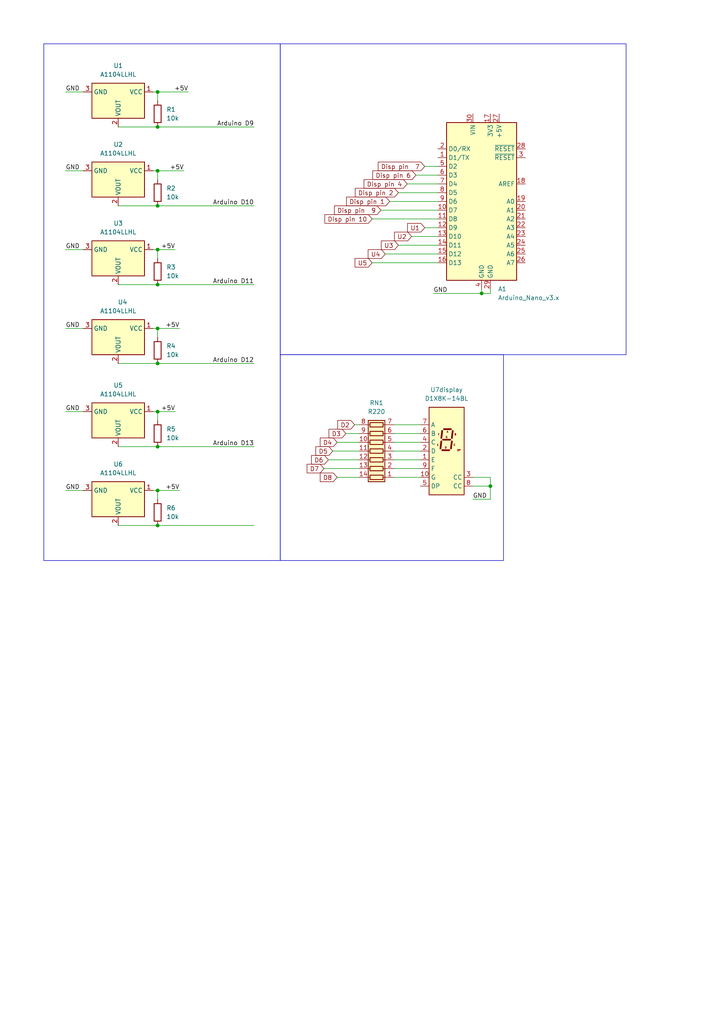
<source format=kicad_sch>
(kicad_sch (version 20230121) (generator eeschema)

  (uuid 9d1e61c1-d0cd-4d95-83c5-650ec3071c1d)

  (paper "A4" portrait)

  (title_block
    (title "Gear display")
    (company "LOBACU!")
  )

  (lib_symbols
    (symbol "Device:R" (pin_numbers hide) (pin_names (offset 0)) (in_bom yes) (on_board yes)
      (property "Reference" "R" (at 2.032 0 90)
        (effects (font (size 1.27 1.27)))
      )
      (property "Value" "R" (at 0 0 90)
        (effects (font (size 1.27 1.27)))
      )
      (property "Footprint" "" (at -1.778 0 90)
        (effects (font (size 1.27 1.27)) hide)
      )
      (property "Datasheet" "~" (at 0 0 0)
        (effects (font (size 1.27 1.27)) hide)
      )
      (property "ki_keywords" "R res resistor" (at 0 0 0)
        (effects (font (size 1.27 1.27)) hide)
      )
      (property "ki_description" "Resistor" (at 0 0 0)
        (effects (font (size 1.27 1.27)) hide)
      )
      (property "ki_fp_filters" "R_*" (at 0 0 0)
        (effects (font (size 1.27 1.27)) hide)
      )
      (symbol "R_0_1"
        (rectangle (start -1.016 -2.54) (end 1.016 2.54)
          (stroke (width 0.254) (type default))
          (fill (type none))
        )
      )
      (symbol "R_1_1"
        (pin passive line (at 0 3.81 270) (length 1.27)
          (name "~" (effects (font (size 1.27 1.27))))
          (number "1" (effects (font (size 1.27 1.27))))
        )
        (pin passive line (at 0 -3.81 90) (length 1.27)
          (name "~" (effects (font (size 1.27 1.27))))
          (number "2" (effects (font (size 1.27 1.27))))
        )
      )
    )
    (symbol "Device:R_Pack07" (pin_names (offset 0) hide) (in_bom yes) (on_board yes)
      (property "Reference" "RN" (at -10.16 0 90)
        (effects (font (size 1.27 1.27)))
      )
      (property "Value" "R_Pack07" (at 10.16 0 90)
        (effects (font (size 1.27 1.27)))
      )
      (property "Footprint" "" (at 12.065 0 90)
        (effects (font (size 1.27 1.27)) hide)
      )
      (property "Datasheet" "~" (at 0 0 0)
        (effects (font (size 1.27 1.27)) hide)
      )
      (property "ki_keywords" "R network parallel topology isolated" (at 0 0 0)
        (effects (font (size 1.27 1.27)) hide)
      )
      (property "ki_description" "7 resistor network, parallel topology" (at 0 0 0)
        (effects (font (size 1.27 1.27)) hide)
      )
      (property "ki_fp_filters" "DIP* SOIC* R*Array*Concave* R*Array*Convex*" (at 0 0 0)
        (effects (font (size 1.27 1.27)) hide)
      )
      (symbol "R_Pack07_0_1"
        (rectangle (start -8.89 -2.413) (end 8.89 2.413)
          (stroke (width 0.254) (type default))
          (fill (type background))
        )
        (rectangle (start -8.255 1.905) (end -6.985 -1.905)
          (stroke (width 0.254) (type default))
          (fill (type none))
        )
        (rectangle (start -5.715 1.905) (end -4.445 -1.905)
          (stroke (width 0.254) (type default))
          (fill (type none))
        )
        (rectangle (start -3.175 1.905) (end -1.905 -1.905)
          (stroke (width 0.254) (type default))
          (fill (type none))
        )
        (rectangle (start -0.635 1.905) (end 0.635 -1.905)
          (stroke (width 0.254) (type default))
          (fill (type none))
        )
        (polyline
          (pts
            (xy -7.62 -2.54)
            (xy -7.62 -1.905)
          )
          (stroke (width 0) (type default))
          (fill (type none))
        )
        (polyline
          (pts
            (xy -7.62 1.905)
            (xy -7.62 2.54)
          )
          (stroke (width 0) (type default))
          (fill (type none))
        )
        (polyline
          (pts
            (xy -5.08 -2.54)
            (xy -5.08 -1.905)
          )
          (stroke (width 0) (type default))
          (fill (type none))
        )
        (polyline
          (pts
            (xy -5.08 1.905)
            (xy -5.08 2.54)
          )
          (stroke (width 0) (type default))
          (fill (type none))
        )
        (polyline
          (pts
            (xy -2.54 -2.54)
            (xy -2.54 -1.905)
          )
          (stroke (width 0) (type default))
          (fill (type none))
        )
        (polyline
          (pts
            (xy -2.54 1.905)
            (xy -2.54 2.54)
          )
          (stroke (width 0) (type default))
          (fill (type none))
        )
        (polyline
          (pts
            (xy 0 -2.54)
            (xy 0 -1.905)
          )
          (stroke (width 0) (type default))
          (fill (type none))
        )
        (polyline
          (pts
            (xy 0 1.905)
            (xy 0 2.54)
          )
          (stroke (width 0) (type default))
          (fill (type none))
        )
        (polyline
          (pts
            (xy 2.54 -2.54)
            (xy 2.54 -1.905)
          )
          (stroke (width 0) (type default))
          (fill (type none))
        )
        (polyline
          (pts
            (xy 2.54 1.905)
            (xy 2.54 2.54)
          )
          (stroke (width 0) (type default))
          (fill (type none))
        )
        (polyline
          (pts
            (xy 5.08 -2.54)
            (xy 5.08 -1.905)
          )
          (stroke (width 0) (type default))
          (fill (type none))
        )
        (polyline
          (pts
            (xy 5.08 1.905)
            (xy 5.08 2.54)
          )
          (stroke (width 0) (type default))
          (fill (type none))
        )
        (polyline
          (pts
            (xy 7.62 -2.54)
            (xy 7.62 -1.905)
          )
          (stroke (width 0) (type default))
          (fill (type none))
        )
        (polyline
          (pts
            (xy 7.62 1.905)
            (xy 7.62 2.54)
          )
          (stroke (width 0) (type default))
          (fill (type none))
        )
        (rectangle (start 1.905 1.905) (end 3.175 -1.905)
          (stroke (width 0.254) (type default))
          (fill (type none))
        )
        (rectangle (start 4.445 1.905) (end 5.715 -1.905)
          (stroke (width 0.254) (type default))
          (fill (type none))
        )
        (rectangle (start 6.985 1.905) (end 8.255 -1.905)
          (stroke (width 0.254) (type default))
          (fill (type none))
        )
      )
      (symbol "R_Pack07_1_1"
        (pin passive line (at -7.62 -5.08 90) (length 2.54)
          (name "R1.1" (effects (font (size 1.27 1.27))))
          (number "1" (effects (font (size 1.27 1.27))))
        )
        (pin passive line (at 2.54 5.08 270) (length 2.54)
          (name "R5.2" (effects (font (size 1.27 1.27))))
          (number "10" (effects (font (size 1.27 1.27))))
        )
        (pin passive line (at 0 5.08 270) (length 2.54)
          (name "R4.2" (effects (font (size 1.27 1.27))))
          (number "11" (effects (font (size 1.27 1.27))))
        )
        (pin passive line (at -2.54 5.08 270) (length 2.54)
          (name "R3.2" (effects (font (size 1.27 1.27))))
          (number "12" (effects (font (size 1.27 1.27))))
        )
        (pin passive line (at -5.08 5.08 270) (length 2.54)
          (name "R2.2" (effects (font (size 1.27 1.27))))
          (number "13" (effects (font (size 1.27 1.27))))
        )
        (pin passive line (at -7.62 5.08 270) (length 2.54)
          (name "R1.2" (effects (font (size 1.27 1.27))))
          (number "14" (effects (font (size 1.27 1.27))))
        )
        (pin passive line (at -5.08 -5.08 90) (length 2.54)
          (name "R2.1" (effects (font (size 1.27 1.27))))
          (number "2" (effects (font (size 1.27 1.27))))
        )
        (pin passive line (at -2.54 -5.08 90) (length 2.54)
          (name "R3.1" (effects (font (size 1.27 1.27))))
          (number "3" (effects (font (size 1.27 1.27))))
        )
        (pin passive line (at 0 -5.08 90) (length 2.54)
          (name "R4.1" (effects (font (size 1.27 1.27))))
          (number "4" (effects (font (size 1.27 1.27))))
        )
        (pin passive line (at 2.54 -5.08 90) (length 2.54)
          (name "R5.1" (effects (font (size 1.27 1.27))))
          (number "5" (effects (font (size 1.27 1.27))))
        )
        (pin passive line (at 5.08 -5.08 90) (length 2.54)
          (name "R6.1" (effects (font (size 1.27 1.27))))
          (number "6" (effects (font (size 1.27 1.27))))
        )
        (pin passive line (at 7.62 -5.08 90) (length 2.54)
          (name "R7.1" (effects (font (size 1.27 1.27))))
          (number "7" (effects (font (size 1.27 1.27))))
        )
        (pin passive line (at 7.62 5.08 270) (length 2.54)
          (name "R7.2" (effects (font (size 1.27 1.27))))
          (number "8" (effects (font (size 1.27 1.27))))
        )
        (pin passive line (at 5.08 5.08 270) (length 2.54)
          (name "R6.2" (effects (font (size 1.27 1.27))))
          (number "9" (effects (font (size 1.27 1.27))))
        )
      )
    )
    (symbol "Display_Character:D1X8K-14BL" (in_bom yes) (on_board yes)
      (property "Reference" "U" (at -2.54 13.97 0)
        (effects (font (size 1.27 1.27)) (justify right))
      )
      (property "Value" "D1X8K-14BL" (at 1.27 13.97 0)
        (effects (font (size 1.27 1.27)) (justify left))
      )
      (property "Footprint" "Display_7Segment:D1X8K" (at 0 -15.24 0)
        (effects (font (size 1.27 1.27)) hide)
      )
      (property "Datasheet" "https://ia800903.us.archive.org/24/items/CTKD1x8K/Cromatek%20D168K.pdf" (at -12.7 12.065 0)
        (effects (font (size 1.27 1.27)) (justify left) hide)
      )
      (property "ki_keywords" "display LED 7-segment" (at 0 0 0)
        (effects (font (size 1.27 1.27)) hide)
      )
      (property "ki_description" "One digit 7 segment ultra bright blue LED, low current, common cathode" (at 0 0 0)
        (effects (font (size 1.27 1.27)) hide)
      )
      (property "ki_fp_filters" "D1X8K*" (at 0 0 0)
        (effects (font (size 1.27 1.27)) hide)
      )
      (symbol "D1X8K-14BL_0_0"
        (text "A" (at 0.254 5.588 0)
          (effects (font (size 0.508 0.508)))
        )
        (text "B" (at 2.54 4.826 0)
          (effects (font (size 0.508 0.508)))
        )
        (text "C" (at 2.286 1.778 0)
          (effects (font (size 0.508 0.508)))
        )
        (text "D" (at -0.254 1.016 0)
          (effects (font (size 0.508 0.508)))
        )
        (text "DP" (at 3.556 0.254 0)
          (effects (font (size 0.508 0.508)))
        )
        (text "E" (at -2.54 1.778 0)
          (effects (font (size 0.508 0.508)))
        )
        (text "F" (at -2.286 4.826 0)
          (effects (font (size 0.508 0.508)))
        )
        (text "G" (at 0 4.064 0)
          (effects (font (size 0.508 0.508)))
        )
      )
      (symbol "D1X8K-14BL_0_1"
        (rectangle (start -5.08 12.7) (end 5.08 -12.7)
          (stroke (width 0.254) (type default))
          (fill (type background))
        )
        (polyline
          (pts
            (xy -1.524 2.794)
            (xy -1.778 0.762)
          )
          (stroke (width 0.508) (type default))
          (fill (type none))
        )
        (polyline
          (pts
            (xy -1.27 0.254)
            (xy 0.762 0.254)
          )
          (stroke (width 0.508) (type default))
          (fill (type none))
        )
        (polyline
          (pts
            (xy -1.27 5.842)
            (xy -1.524 3.81)
          )
          (stroke (width 0.508) (type default))
          (fill (type none))
        )
        (polyline
          (pts
            (xy -1.016 3.302)
            (xy 1.016 3.302)
          )
          (stroke (width 0.508) (type default))
          (fill (type none))
        )
        (polyline
          (pts
            (xy -0.762 6.35)
            (xy 1.27 6.35)
          )
          (stroke (width 0.508) (type default))
          (fill (type none))
        )
        (polyline
          (pts
            (xy 1.524 2.794)
            (xy 1.27 0.762)
          )
          (stroke (width 0.508) (type default))
          (fill (type none))
        )
        (polyline
          (pts
            (xy 1.778 5.842)
            (xy 1.524 3.81)
          )
          (stroke (width 0.508) (type default))
          (fill (type none))
        )
        (polyline
          (pts
            (xy 2.54 0.254)
            (xy 2.54 0.254)
          )
          (stroke (width 0.508) (type default))
          (fill (type none))
        )
      )
      (symbol "D1X8K-14BL_1_1"
        (pin input line (at -7.62 -2.54 0) (length 2.54)
          (name "E" (effects (font (size 1.27 1.27))))
          (number "1" (effects (font (size 1.27 1.27))))
        )
        (pin input line (at -7.62 -7.62 0) (length 2.54)
          (name "G" (effects (font (size 1.27 1.27))))
          (number "10" (effects (font (size 1.27 1.27))))
        )
        (pin input line (at -7.62 0 0) (length 2.54)
          (name "D" (effects (font (size 1.27 1.27))))
          (number "2" (effects (font (size 1.27 1.27))))
        )
        (pin input line (at 7.62 -7.62 180) (length 2.54)
          (name "CC" (effects (font (size 1.27 1.27))))
          (number "3" (effects (font (size 1.27 1.27))))
        )
        (pin input line (at -7.62 2.54 0) (length 2.54)
          (name "C" (effects (font (size 1.27 1.27))))
          (number "4" (effects (font (size 1.27 1.27))))
        )
        (pin input line (at -7.62 -10.16 0) (length 2.54)
          (name "DP" (effects (font (size 1.27 1.27))))
          (number "5" (effects (font (size 1.27 1.27))))
        )
        (pin input line (at -7.62 5.08 0) (length 2.54)
          (name "B" (effects (font (size 1.27 1.27))))
          (number "6" (effects (font (size 1.27 1.27))))
        )
        (pin input line (at -7.62 7.62 0) (length 2.54)
          (name "A" (effects (font (size 1.27 1.27))))
          (number "7" (effects (font (size 1.27 1.27))))
        )
        (pin input line (at 7.62 -10.16 180) (length 2.54)
          (name "CC" (effects (font (size 1.27 1.27))))
          (number "8" (effects (font (size 1.27 1.27))))
        )
        (pin input line (at -7.62 -5.08 0) (length 2.54)
          (name "F" (effects (font (size 1.27 1.27))))
          (number "9" (effects (font (size 1.27 1.27))))
        )
      )
    )
    (symbol "MCU_Module:Arduino_Nano_v3.x" (in_bom yes) (on_board yes)
      (property "Reference" "A" (at -10.16 23.495 0)
        (effects (font (size 1.27 1.27)) (justify left bottom))
      )
      (property "Value" "Arduino_Nano_v3.x" (at 5.08 -24.13 0)
        (effects (font (size 1.27 1.27)) (justify left top))
      )
      (property "Footprint" "Module:Arduino_Nano" (at 0 0 0)
        (effects (font (size 1.27 1.27) italic) hide)
      )
      (property "Datasheet" "http://www.mouser.com/pdfdocs/Gravitech_Arduino_Nano3_0.pdf" (at 0 0 0)
        (effects (font (size 1.27 1.27)) hide)
      )
      (property "ki_keywords" "Arduino nano microcontroller module USB" (at 0 0 0)
        (effects (font (size 1.27 1.27)) hide)
      )
      (property "ki_description" "Arduino Nano v3.x" (at 0 0 0)
        (effects (font (size 1.27 1.27)) hide)
      )
      (property "ki_fp_filters" "Arduino*Nano*" (at 0 0 0)
        (effects (font (size 1.27 1.27)) hide)
      )
      (symbol "Arduino_Nano_v3.x_0_1"
        (rectangle (start -10.16 22.86) (end 10.16 -22.86)
          (stroke (width 0.254) (type default))
          (fill (type background))
        )
      )
      (symbol "Arduino_Nano_v3.x_1_1"
        (pin bidirectional line (at -12.7 12.7 0) (length 2.54)
          (name "D1/TX" (effects (font (size 1.27 1.27))))
          (number "1" (effects (font (size 1.27 1.27))))
        )
        (pin bidirectional line (at -12.7 -2.54 0) (length 2.54)
          (name "D7" (effects (font (size 1.27 1.27))))
          (number "10" (effects (font (size 1.27 1.27))))
        )
        (pin bidirectional line (at -12.7 -5.08 0) (length 2.54)
          (name "D8" (effects (font (size 1.27 1.27))))
          (number "11" (effects (font (size 1.27 1.27))))
        )
        (pin bidirectional line (at -12.7 -7.62 0) (length 2.54)
          (name "D9" (effects (font (size 1.27 1.27))))
          (number "12" (effects (font (size 1.27 1.27))))
        )
        (pin bidirectional line (at -12.7 -10.16 0) (length 2.54)
          (name "D10" (effects (font (size 1.27 1.27))))
          (number "13" (effects (font (size 1.27 1.27))))
        )
        (pin bidirectional line (at -12.7 -12.7 0) (length 2.54)
          (name "D11" (effects (font (size 1.27 1.27))))
          (number "14" (effects (font (size 1.27 1.27))))
        )
        (pin bidirectional line (at -12.7 -15.24 0) (length 2.54)
          (name "D12" (effects (font (size 1.27 1.27))))
          (number "15" (effects (font (size 1.27 1.27))))
        )
        (pin bidirectional line (at -12.7 -17.78 0) (length 2.54)
          (name "D13" (effects (font (size 1.27 1.27))))
          (number "16" (effects (font (size 1.27 1.27))))
        )
        (pin power_out line (at 2.54 25.4 270) (length 2.54)
          (name "3V3" (effects (font (size 1.27 1.27))))
          (number "17" (effects (font (size 1.27 1.27))))
        )
        (pin input line (at 12.7 5.08 180) (length 2.54)
          (name "AREF" (effects (font (size 1.27 1.27))))
          (number "18" (effects (font (size 1.27 1.27))))
        )
        (pin bidirectional line (at 12.7 0 180) (length 2.54)
          (name "A0" (effects (font (size 1.27 1.27))))
          (number "19" (effects (font (size 1.27 1.27))))
        )
        (pin bidirectional line (at -12.7 15.24 0) (length 2.54)
          (name "D0/RX" (effects (font (size 1.27 1.27))))
          (number "2" (effects (font (size 1.27 1.27))))
        )
        (pin bidirectional line (at 12.7 -2.54 180) (length 2.54)
          (name "A1" (effects (font (size 1.27 1.27))))
          (number "20" (effects (font (size 1.27 1.27))))
        )
        (pin bidirectional line (at 12.7 -5.08 180) (length 2.54)
          (name "A2" (effects (font (size 1.27 1.27))))
          (number "21" (effects (font (size 1.27 1.27))))
        )
        (pin bidirectional line (at 12.7 -7.62 180) (length 2.54)
          (name "A3" (effects (font (size 1.27 1.27))))
          (number "22" (effects (font (size 1.27 1.27))))
        )
        (pin bidirectional line (at 12.7 -10.16 180) (length 2.54)
          (name "A4" (effects (font (size 1.27 1.27))))
          (number "23" (effects (font (size 1.27 1.27))))
        )
        (pin bidirectional line (at 12.7 -12.7 180) (length 2.54)
          (name "A5" (effects (font (size 1.27 1.27))))
          (number "24" (effects (font (size 1.27 1.27))))
        )
        (pin bidirectional line (at 12.7 -15.24 180) (length 2.54)
          (name "A6" (effects (font (size 1.27 1.27))))
          (number "25" (effects (font (size 1.27 1.27))))
        )
        (pin bidirectional line (at 12.7 -17.78 180) (length 2.54)
          (name "A7" (effects (font (size 1.27 1.27))))
          (number "26" (effects (font (size 1.27 1.27))))
        )
        (pin power_out line (at 5.08 25.4 270) (length 2.54)
          (name "+5V" (effects (font (size 1.27 1.27))))
          (number "27" (effects (font (size 1.27 1.27))))
        )
        (pin input line (at 12.7 15.24 180) (length 2.54)
          (name "~{RESET}" (effects (font (size 1.27 1.27))))
          (number "28" (effects (font (size 1.27 1.27))))
        )
        (pin power_in line (at 2.54 -25.4 90) (length 2.54)
          (name "GND" (effects (font (size 1.27 1.27))))
          (number "29" (effects (font (size 1.27 1.27))))
        )
        (pin input line (at 12.7 12.7 180) (length 2.54)
          (name "~{RESET}" (effects (font (size 1.27 1.27))))
          (number "3" (effects (font (size 1.27 1.27))))
        )
        (pin power_in line (at -2.54 25.4 270) (length 2.54)
          (name "VIN" (effects (font (size 1.27 1.27))))
          (number "30" (effects (font (size 1.27 1.27))))
        )
        (pin power_in line (at 0 -25.4 90) (length 2.54)
          (name "GND" (effects (font (size 1.27 1.27))))
          (number "4" (effects (font (size 1.27 1.27))))
        )
        (pin bidirectional line (at -12.7 10.16 0) (length 2.54)
          (name "D2" (effects (font (size 1.27 1.27))))
          (number "5" (effects (font (size 1.27 1.27))))
        )
        (pin bidirectional line (at -12.7 7.62 0) (length 2.54)
          (name "D3" (effects (font (size 1.27 1.27))))
          (number "6" (effects (font (size 1.27 1.27))))
        )
        (pin bidirectional line (at -12.7 5.08 0) (length 2.54)
          (name "D4" (effects (font (size 1.27 1.27))))
          (number "7" (effects (font (size 1.27 1.27))))
        )
        (pin bidirectional line (at -12.7 2.54 0) (length 2.54)
          (name "D5" (effects (font (size 1.27 1.27))))
          (number "8" (effects (font (size 1.27 1.27))))
        )
        (pin bidirectional line (at -12.7 0 0) (length 2.54)
          (name "D6" (effects (font (size 1.27 1.27))))
          (number "9" (effects (font (size 1.27 1.27))))
        )
      )
    )
    (symbol "Sensor_Magnetic:A1104LLHL" (in_bom yes) (on_board yes)
      (property "Reference" "U" (at 0 11.43 0)
        (effects (font (size 1.27 1.27)) (justify left))
      )
      (property "Value" "A1104LLHL" (at 0 8.89 0)
        (effects (font (size 1.27 1.27)) (justify left))
      )
      (property "Footprint" "Package_TO_SOT_SMD:SOT-23W" (at 0 -8.89 0)
        (effects (font (size 1.27 1.27) italic) (justify left) hide)
      )
      (property "Datasheet" "https://www.allegromicro.com/-/media/files/datasheets/a110x-datasheet.ashx" (at 0 16.51 0)
        (effects (font (size 1.27 1.27)) hide)
      )
      (property "ki_keywords" "hall switch" (at 0 0 0)
        (effects (font (size 1.27 1.27)) hide)
      )
      (property "ki_description" "Hall effect switch, unipolar, Bop=240G, Brp=200G, -40C to +125C, SOT-23W" (at 0 0 0)
        (effects (font (size 1.27 1.27)) hide)
      )
      (property "ki_fp_filters" "SOT?23*" (at 0 0 0)
        (effects (font (size 1.27 1.27)) hide)
      )
      (symbol "A1104LLHL_0_1"
        (rectangle (start -5.08 7.62) (end 5.08 -7.62)
          (stroke (width 0.254) (type default))
          (fill (type background))
        )
      )
      (symbol "A1104LLHL_1_1"
        (pin power_in line (at -2.54 10.16 270) (length 2.54)
          (name "VCC" (effects (font (size 1.27 1.27))))
          (number "1" (effects (font (size 1.27 1.27))))
        )
        (pin open_collector line (at 7.62 0 180) (length 2.54)
          (name "VOUT" (effects (font (size 1.27 1.27))))
          (number "2" (effects (font (size 1.27 1.27))))
        )
        (pin power_in line (at -2.54 -10.16 90) (length 2.54)
          (name "GND" (effects (font (size 1.27 1.27))))
          (number "3" (effects (font (size 1.27 1.27))))
        )
      )
    )
  )

  (junction (at 45.72 82.55) (diameter 0) (color 0 0 0 0)
    (uuid 0cd86981-66db-4224-b400-bd18db038baf)
  )
  (junction (at 45.72 152.4) (diameter 0) (color 0 0 0 0)
    (uuid 0d9a3490-e8e7-4e82-8410-45d7e3c33e61)
  )
  (junction (at 45.72 72.39) (diameter 0) (color 0 0 0 0)
    (uuid 1655dc7d-e404-409b-8199-5a1830f16887)
  )
  (junction (at 45.72 49.53) (diameter 0) (color 0 0 0 0)
    (uuid 21a09343-3754-4d06-a152-0468258acd10)
  )
  (junction (at 142.24 140.97) (diameter 0) (color 0 0 0 0)
    (uuid 360e6d13-af68-48a8-8f4f-69ee5795f580)
  )
  (junction (at 45.72 129.54) (diameter 0) (color 0 0 0 0)
    (uuid 424fdf0d-89c6-4837-8ef1-93ef54e81d20)
  )
  (junction (at 45.72 26.67) (diameter 0) (color 0 0 0 0)
    (uuid 8498bd5b-7d0a-455c-b276-51ecee4cc7ce)
  )
  (junction (at 45.72 105.41) (diameter 0) (color 0 0 0 0)
    (uuid 8d4b658e-033e-4adb-9e95-92d5b529f43f)
  )
  (junction (at 45.72 36.83) (diameter 0) (color 0 0 0 0)
    (uuid 909b7044-3e40-495b-80a9-785f7a263a0f)
  )
  (junction (at 45.72 95.25) (diameter 0) (color 0 0 0 0)
    (uuid 928c7927-1808-4a57-a328-2f0052951bff)
  )
  (junction (at 45.72 119.38) (diameter 0) (color 0 0 0 0)
    (uuid 9fd433b9-942c-49f6-a248-bf5c6125a5ec)
  )
  (junction (at 45.72 142.24) (diameter 0) (color 0 0 0 0)
    (uuid c167462c-accf-4279-9d74-7674912639f4)
  )
  (junction (at 45.72 59.69) (diameter 0) (color 0 0 0 0)
    (uuid e0cae5ca-d250-405d-946d-f418e3940e17)
  )
  (junction (at 139.7 85.09) (diameter 0) (color 0 0 0 0)
    (uuid fe4b903d-0f22-4f9f-b124-217cee5fb7ef)
  )

  (wire (pts (xy 115.57 71.12) (xy 127 71.12))
    (stroke (width 0) (type default))
    (uuid 00b688d7-edb0-411a-8a71-e1941a1fc276)
  )
  (wire (pts (xy 120.65 50.8) (xy 127 50.8))
    (stroke (width 0) (type default))
    (uuid 038954c7-7e26-4182-b084-f62a7a1e8813)
  )
  (wire (pts (xy 45.72 95.25) (xy 52.07 95.25))
    (stroke (width 0) (type default))
    (uuid 1530a5f5-e89c-47e8-95ab-9f911cf518cf)
  )
  (wire (pts (xy 114.3 130.81) (xy 121.92 130.81))
    (stroke (width 0) (type default))
    (uuid 15f7abbd-4257-4958-b561-e39e2da7d214)
  )
  (wire (pts (xy 44.45 72.39) (xy 45.72 72.39))
    (stroke (width 0) (type default))
    (uuid 1cf8d923-439d-48a6-9ac8-543feee2ceab)
  )
  (wire (pts (xy 45.72 152.4) (xy 73.66 152.4))
    (stroke (width 0) (type default))
    (uuid 2249dbf2-c118-48d8-a7b3-773a50184170)
  )
  (wire (pts (xy 44.45 95.25) (xy 45.72 95.25))
    (stroke (width 0) (type default))
    (uuid 2b4a9966-c6b9-41eb-91c1-53a030d0beed)
  )
  (wire (pts (xy 142.24 83.82) (xy 142.24 85.09))
    (stroke (width 0) (type default))
    (uuid 32ca0b4b-a759-4437-8cc8-7f0e10cb9be7)
  )
  (wire (pts (xy 45.72 72.39) (xy 50.8 72.39))
    (stroke (width 0) (type default))
    (uuid 36be2d60-a05d-4c02-83ab-6593b99b40b6)
  )
  (wire (pts (xy 45.72 49.53) (xy 53.34 49.53))
    (stroke (width 0) (type default))
    (uuid 3767defa-f546-4008-b6ce-0317a5fb710a)
  )
  (wire (pts (xy 45.72 142.24) (xy 45.72 144.78))
    (stroke (width 0) (type default))
    (uuid 3939317b-417d-48bf-853b-2410f9aaaa64)
  )
  (wire (pts (xy 110.49 60.96) (xy 127 60.96))
    (stroke (width 0) (type default))
    (uuid 40292740-af00-4135-b3f1-6de95e84971d)
  )
  (wire (pts (xy 107.95 63.5) (xy 127 63.5))
    (stroke (width 0) (type default))
    (uuid 415e5e58-709c-44fa-9277-0abd0abf7fa4)
  )
  (wire (pts (xy 137.16 144.78) (xy 142.24 144.78))
    (stroke (width 0) (type default))
    (uuid 42b9eb08-a664-42fa-817a-1cda5d6e0078)
  )
  (wire (pts (xy 123.19 66.04) (xy 127 66.04))
    (stroke (width 0) (type default))
    (uuid 46b3c583-72f6-41cf-8f67-58d19e6f7fcc)
  )
  (wire (pts (xy 137.16 140.97) (xy 142.24 140.97))
    (stroke (width 0) (type default))
    (uuid 46fd9858-070e-4b17-8dbc-4c6c1c67bcc0)
  )
  (wire (pts (xy 19.05 95.25) (xy 24.13 95.25))
    (stroke (width 0) (type default))
    (uuid 48dcfdcf-5291-4674-be90-1928eb09f088)
  )
  (wire (pts (xy 45.72 105.41) (xy 73.66 105.41))
    (stroke (width 0) (type default))
    (uuid 496839fb-f4a4-4150-884d-3076de76fd2b)
  )
  (wire (pts (xy 34.29 59.69) (xy 45.72 59.69))
    (stroke (width 0) (type default))
    (uuid 53fb90d3-6358-43c5-b0a9-38b7f773c848)
  )
  (wire (pts (xy 45.72 119.38) (xy 45.72 121.92))
    (stroke (width 0) (type default))
    (uuid 54ebaa94-46f6-4413-a094-6e80f504981c)
  )
  (wire (pts (xy 119.38 68.58) (xy 127 68.58))
    (stroke (width 0) (type default))
    (uuid 5c5fa3df-ab34-4b53-b2e6-e289cedf723f)
  )
  (wire (pts (xy 125.73 85.09) (xy 139.7 85.09))
    (stroke (width 0) (type default))
    (uuid 5e740ace-02e3-4379-8273-535a0cec8739)
  )
  (wire (pts (xy 114.3 133.35) (xy 121.92 133.35))
    (stroke (width 0) (type default))
    (uuid 6205133e-51d4-4c22-9959-11ae4ae46199)
  )
  (wire (pts (xy 19.05 142.24) (xy 24.13 142.24))
    (stroke (width 0) (type default))
    (uuid 62b03e2c-c79d-4ff9-bdab-8ac92ea65ae9)
  )
  (wire (pts (xy 45.72 129.54) (xy 73.66 129.54))
    (stroke (width 0) (type default))
    (uuid 641f9fd6-397e-4d63-89ad-94221b38e120)
  )
  (wire (pts (xy 142.24 140.97) (xy 142.24 144.78))
    (stroke (width 0) (type default))
    (uuid 6467c8f7-f21a-4495-a244-bfcf43909602)
  )
  (wire (pts (xy 114.3 123.19) (xy 121.92 123.19))
    (stroke (width 0) (type default))
    (uuid 670f61f6-41b5-4e08-9e76-6972d4828925)
  )
  (wire (pts (xy 139.7 85.09) (xy 142.24 85.09))
    (stroke (width 0) (type default))
    (uuid 67156795-1de6-49f3-b9ef-f15cbc448fa3)
  )
  (wire (pts (xy 19.05 72.39) (xy 24.13 72.39))
    (stroke (width 0) (type default))
    (uuid 6d03c76c-61eb-452e-be4e-bc1ff30fb492)
  )
  (wire (pts (xy 34.29 36.83) (xy 45.72 36.83))
    (stroke (width 0) (type default))
    (uuid 6d1fae8f-50f1-48d3-bf66-e38997411510)
  )
  (wire (pts (xy 97.79 138.43) (xy 104.14 138.43))
    (stroke (width 0) (type default))
    (uuid 6d89840f-2032-4a77-b4c3-df8a590b252f)
  )
  (wire (pts (xy 19.05 49.53) (xy 24.13 49.53))
    (stroke (width 0) (type default))
    (uuid 6e6c2018-739b-4547-87ca-c07afeb1579f)
  )
  (wire (pts (xy 44.45 49.53) (xy 45.72 49.53))
    (stroke (width 0) (type default))
    (uuid 784c770a-efdf-4db7-b984-029157a819ab)
  )
  (wire (pts (xy 45.72 142.24) (xy 52.07 142.24))
    (stroke (width 0) (type default))
    (uuid 7b39a15d-99f9-464e-8102-b58953da4f37)
  )
  (wire (pts (xy 34.29 82.55) (xy 45.72 82.55))
    (stroke (width 0) (type default))
    (uuid 7b956c79-18ef-46aa-baf9-64921369d5fe)
  )
  (wire (pts (xy 115.57 55.88) (xy 127 55.88))
    (stroke (width 0) (type default))
    (uuid 7c841690-8caf-4b0e-b476-3daac5825d00)
  )
  (wire (pts (xy 95.25 133.35) (xy 104.14 133.35))
    (stroke (width 0) (type default))
    (uuid 7da1abe6-713c-4221-be40-047f3a55e4a8)
  )
  (wire (pts (xy 44.45 119.38) (xy 45.72 119.38))
    (stroke (width 0) (type default))
    (uuid 807969be-b91a-44a5-882f-82a390808d59)
  )
  (wire (pts (xy 19.05 26.67) (xy 24.13 26.67))
    (stroke (width 0) (type default))
    (uuid 8ba8ec2f-1e92-4130-bc01-3d16a7ad898c)
  )
  (wire (pts (xy 44.45 26.67) (xy 45.72 26.67))
    (stroke (width 0) (type default))
    (uuid 8f87cc21-df3c-4d20-b534-25b466c576c3)
  )
  (wire (pts (xy 45.72 82.55) (xy 73.66 82.55))
    (stroke (width 0) (type default))
    (uuid 9678b91b-75c7-4764-aa55-9afeca81252c)
  )
  (wire (pts (xy 114.3 135.89) (xy 121.92 135.89))
    (stroke (width 0) (type default))
    (uuid 970a4fdb-5fa8-42aa-9cff-53aa2936e066)
  )
  (wire (pts (xy 113.03 58.42) (xy 127 58.42))
    (stroke (width 0) (type default))
    (uuid 97e31bfa-f1c6-440c-8075-859fa25ab4b6)
  )
  (wire (pts (xy 137.16 138.43) (xy 142.24 138.43))
    (stroke (width 0) (type default))
    (uuid 9e936e60-1492-4b40-b13c-1fa73f64dc3a)
  )
  (wire (pts (xy 100.33 125.73) (xy 104.14 125.73))
    (stroke (width 0) (type default))
    (uuid a2cdd506-8c74-42c3-8441-756e47ea41c0)
  )
  (wire (pts (xy 45.72 36.83) (xy 73.66 36.83))
    (stroke (width 0) (type default))
    (uuid a37c7c09-7959-460a-ba0a-aebd637ecf05)
  )
  (wire (pts (xy 118.11 53.34) (xy 127 53.34))
    (stroke (width 0) (type default))
    (uuid a6e552f5-3576-4097-834f-6442b354dfdd)
  )
  (wire (pts (xy 93.98 135.89) (xy 104.14 135.89))
    (stroke (width 0) (type default))
    (uuid adbafc77-50ba-478a-b1c7-9b0cc1722672)
  )
  (wire (pts (xy 123.19 48.26) (xy 127 48.26))
    (stroke (width 0) (type default))
    (uuid b16562f0-5bd3-4423-b302-ef3543058cd3)
  )
  (wire (pts (xy 114.3 138.43) (xy 121.92 138.43))
    (stroke (width 0) (type default))
    (uuid b876c2a2-efa5-4db5-837a-917725c80570)
  )
  (wire (pts (xy 45.72 72.39) (xy 45.72 74.93))
    (stroke (width 0) (type default))
    (uuid bf32bc13-25b3-47ff-a843-f9bea76e6250)
  )
  (wire (pts (xy 45.72 26.67) (xy 45.72 29.21))
    (stroke (width 0) (type default))
    (uuid c5360631-8abb-468d-8786-3f3106bddbe6)
  )
  (wire (pts (xy 34.29 105.41) (xy 45.72 105.41))
    (stroke (width 0) (type default))
    (uuid c626413a-9eba-4fda-b9e3-004c94bb4248)
  )
  (wire (pts (xy 19.05 119.38) (xy 24.13 119.38))
    (stroke (width 0) (type default))
    (uuid c752fc49-bb2d-4f20-bfd5-35bc330a81cd)
  )
  (wire (pts (xy 34.29 129.54) (xy 45.72 129.54))
    (stroke (width 0) (type default))
    (uuid c7b4ac53-2308-45f6-a63f-6bfb67a14d7b)
  )
  (wire (pts (xy 97.79 128.27) (xy 104.14 128.27))
    (stroke (width 0) (type default))
    (uuid d0dca455-8082-4a9e-9005-cf08ded0fc0f)
  )
  (wire (pts (xy 45.72 119.38) (xy 50.8 119.38))
    (stroke (width 0) (type default))
    (uuid d150eaf2-0695-4d86-b13a-061e04c87075)
  )
  (wire (pts (xy 102.87 123.19) (xy 104.14 123.19))
    (stroke (width 0) (type default))
    (uuid d23ef8aa-9b18-400c-8380-6cb2e8a2ee80)
  )
  (wire (pts (xy 114.3 125.73) (xy 121.92 125.73))
    (stroke (width 0) (type default))
    (uuid d6134c26-dffe-4552-a0a8-2f400d0c9167)
  )
  (wire (pts (xy 45.72 95.25) (xy 45.72 97.79))
    (stroke (width 0) (type default))
    (uuid d61e5287-0e29-41f9-945a-615c944b0de4)
  )
  (wire (pts (xy 96.52 130.81) (xy 104.14 130.81))
    (stroke (width 0) (type default))
    (uuid d732c4a7-2c19-4fcf-9f97-d96a34a228e9)
  )
  (wire (pts (xy 111.76 73.66) (xy 127 73.66))
    (stroke (width 0) (type default))
    (uuid d8f753cf-8019-4603-a228-ea8404a5fce5)
  )
  (wire (pts (xy 142.24 138.43) (xy 142.24 140.97))
    (stroke (width 0) (type default))
    (uuid dad43c8d-ee5a-487e-b2e2-30f094f6839d)
  )
  (wire (pts (xy 107.95 76.2) (xy 127 76.2))
    (stroke (width 0) (type default))
    (uuid dbdc9416-041d-4a12-8519-7f61b276dd0d)
  )
  (wire (pts (xy 45.72 26.67) (xy 54.61 26.67))
    (stroke (width 0) (type default))
    (uuid dc8bfc78-dc2a-4e0f-a93d-6972daf4f7b0)
  )
  (wire (pts (xy 45.72 59.69) (xy 73.66 59.69))
    (stroke (width 0) (type default))
    (uuid de52367f-914e-45ac-89eb-175d4dfac3e2)
  )
  (wire (pts (xy 139.7 83.82) (xy 139.7 85.09))
    (stroke (width 0) (type default))
    (uuid e0817678-68ea-4abe-835b-aa33ee40f3ec)
  )
  (wire (pts (xy 34.29 152.4) (xy 45.72 152.4))
    (stroke (width 0) (type default))
    (uuid ee0fecf8-febf-4d40-9857-11e2a362ddec)
  )
  (wire (pts (xy 114.3 128.27) (xy 121.92 128.27))
    (stroke (width 0) (type default))
    (uuid f6218958-bfc4-4186-9db9-7251eaab78a7)
  )
  (wire (pts (xy 44.45 142.24) (xy 45.72 142.24))
    (stroke (width 0) (type default))
    (uuid fa5c7e26-3113-41cc-bec0-23ac889a6db5)
  )
  (wire (pts (xy 45.72 49.53) (xy 45.72 52.07))
    (stroke (width 0) (type default))
    (uuid fb8bbf4f-6d5d-48a8-b493-f22f63da9add)
  )

  (rectangle (start 81.28 102.87) (end 146.05 162.56)
    (stroke (width 0) (type default))
    (fill (type none))
    (uuid 59b294ba-d2fd-4776-b389-da26800d385e)
  )
  (rectangle (start 81.28 12.7) (end 181.61 102.87)
    (stroke (width 0) (type default))
    (fill (type none))
    (uuid 845e9977-be4c-4364-8e48-9ec60d1ddb7f)
  )
  (rectangle (start 12.7 12.7) (end 81.28 162.56)
    (stroke (width 0) (type default))
    (fill (type none))
    (uuid d4a99973-e8b0-4d7d-953d-efd24b05ec02)
  )

  (label "+5V" (at 52.07 95.25 180) (fields_autoplaced)
    (effects (font (size 1.27 1.27)) (justify right bottom))
    (uuid 0c806529-f45c-4d28-883a-5c9ea047951f)
  )
  (label "+5V" (at 50.8 72.39 180) (fields_autoplaced)
    (effects (font (size 1.27 1.27)) (justify right bottom))
    (uuid 2017259a-1915-4812-85c4-31fa2c819dfc)
  )
  (label "GND" (at 125.73 85.09 0) (fields_autoplaced)
    (effects (font (size 1.27 1.27)) (justify left bottom))
    (uuid 2fc9c00c-dcee-4a06-82d5-d28a8ff36e19)
  )
  (label "GND" (at 19.05 119.38 0) (fields_autoplaced)
    (effects (font (size 1.27 1.27)) (justify left bottom))
    (uuid 36225336-f37c-4c46-9671-e426fd5b95a4)
  )
  (label "GND" (at 19.05 142.24 0) (fields_autoplaced)
    (effects (font (size 1.27 1.27)) (justify left bottom))
    (uuid 46e3d52c-7cc3-4780-b43b-502ab5368a57)
  )
  (label "+5V" (at 50.8 119.38 180) (fields_autoplaced)
    (effects (font (size 1.27 1.27)) (justify right bottom))
    (uuid 6a0e09b0-ef62-4196-acc1-de539bfe9e9c)
  )
  (label "Arduino D13" (at 73.66 129.54 180) (fields_autoplaced)
    (effects (font (size 1.27 1.27)) (justify right bottom))
    (uuid 6aec76dc-9f7b-414d-b2fa-5ae3dc3ec3ea)
  )
  (label "+5V" (at 52.07 142.24 180) (fields_autoplaced)
    (effects (font (size 1.27 1.27)) (justify right bottom))
    (uuid 7fc9805c-386a-45f2-8579-65e9cbfd8f8e)
  )
  (label "GND" (at 137.16 144.78 0) (fields_autoplaced)
    (effects (font (size 1.27 1.27)) (justify left bottom))
    (uuid 85b3f0da-ed75-4455-94f8-ca4bb6f645aa)
  )
  (label "GND" (at 19.05 72.39 0) (fields_autoplaced)
    (effects (font (size 1.27 1.27)) (justify left bottom))
    (uuid 888d79c6-bf1d-4a92-968c-c2cd92b6a4ec)
  )
  (label "GND" (at 19.05 49.53 0) (fields_autoplaced)
    (effects (font (size 1.27 1.27)) (justify left bottom))
    (uuid 89057d78-9f70-4a35-b7af-c84d895dea12)
  )
  (label "Arduino D11" (at 73.66 82.55 180) (fields_autoplaced)
    (effects (font (size 1.27 1.27)) (justify right bottom))
    (uuid 8efeb328-d549-4b8f-85f0-b39acfc47040)
  )
  (label "+5V" (at 54.61 26.67 180) (fields_autoplaced)
    (effects (font (size 1.27 1.27)) (justify right bottom))
    (uuid ae5be8e2-5efc-44f8-a63c-a604794bb3d4)
  )
  (label "+5V" (at 53.34 49.53 180) (fields_autoplaced)
    (effects (font (size 1.27 1.27)) (justify right bottom))
    (uuid b04d7933-b399-499d-b9c5-5fd1c9397180)
  )
  (label "Arduino D10" (at 73.66 59.69 180) (fields_autoplaced)
    (effects (font (size 1.27 1.27)) (justify right bottom))
    (uuid bf8cc635-93a3-4e57-b8aa-df21eb9a3daf)
  )
  (label "Arduino D12" (at 73.66 105.41 180) (fields_autoplaced)
    (effects (font (size 1.27 1.27)) (justify right bottom))
    (uuid d5c6715d-c4b7-4597-867f-8ef3d34bb3a6)
  )
  (label "Arduino D9" (at 73.66 36.83 180) (fields_autoplaced)
    (effects (font (size 1.27 1.27)) (justify right bottom))
    (uuid d80ece30-7e1a-4bef-91a1-992d0f9ca3fc)
  )
  (label "GND" (at 19.05 95.25 0) (fields_autoplaced)
    (effects (font (size 1.27 1.27)) (justify left bottom))
    (uuid db1d54b2-a92f-45a7-9efc-796eb46a1cb3)
  )
  (label "GND" (at 19.05 26.67 0) (fields_autoplaced)
    (effects (font (size 1.27 1.27)) (justify left bottom))
    (uuid fadd24b1-357b-4b35-8594-e5dfdc9796a2)
  )

  (global_label "D3" (shape input) (at 100.33 125.73 180) (fields_autoplaced)
    (effects (font (size 1.27 1.27)) (justify right))
    (uuid 08b004a7-94a8-4c18-92c5-193e0bc0323a)
    (property "Intersheetrefs" "${INTERSHEET_REFS}" (at 94.8653 125.73 0)
      (effects (font (size 1.27 1.27)) (justify right) hide)
    )
  )
  (global_label "D7" (shape input) (at 93.98 135.89 180) (fields_autoplaced)
    (effects (font (size 1.27 1.27)) (justify right))
    (uuid 239a4b04-7ee4-4574-a70c-b1265939f22b)
    (property "Intersheetrefs" "${INTERSHEET_REFS}" (at 88.5153 135.89 0)
      (effects (font (size 1.27 1.27)) (justify right) hide)
    )
  )
  (global_label "Disp pin 2" (shape input) (at 115.57 55.88 180) (fields_autoplaced)
    (effects (font (size 1.27 1.27)) (justify right))
    (uuid 25de99e0-1f39-4eae-bb42-a305da5f5965)
    (property "Intersheetrefs" "${INTERSHEET_REFS}" (at 102.4854 55.88 0)
      (effects (font (size 1.27 1.27)) (justify right) hide)
    )
  )
  (global_label "Disp pin 1" (shape input) (at 113.03 58.42 180) (fields_autoplaced)
    (effects (font (size 1.27 1.27)) (justify right))
    (uuid 2920b7ff-f25e-49bd-832f-ffaf9b32d075)
    (property "Intersheetrefs" "${INTERSHEET_REFS}" (at 99.9454 58.42 0)
      (effects (font (size 1.27 1.27)) (justify right) hide)
    )
  )
  (global_label "Disp pin  7" (shape input) (at 123.19 48.26 180) (fields_autoplaced)
    (effects (font (size 1.27 1.27)) (justify right))
    (uuid 34fad4d1-017c-486f-8bb6-ed90ca2218fd)
    (property "Intersheetrefs" "${INTERSHEET_REFS}" (at 109.1378 48.26 0)
      (effects (font (size 1.27 1.27)) (justify right) hide)
    )
  )
  (global_label "D8" (shape input) (at 97.79 138.43 180) (fields_autoplaced)
    (effects (font (size 1.27 1.27)) (justify right))
    (uuid 42f02ddb-bfa3-4b29-8e25-090e4d0a7dbc)
    (property "Intersheetrefs" "${INTERSHEET_REFS}" (at 92.3253 138.43 0)
      (effects (font (size 1.27 1.27)) (justify right) hide)
    )
  )
  (global_label "U5" (shape input) (at 107.95 76.2 180) (fields_autoplaced)
    (effects (font (size 1.27 1.27)) (justify right))
    (uuid 4996fbbb-d4d2-4fd9-a6f8-d6f9dc07fee5)
    (property "Intersheetrefs" "${INTERSHEET_REFS}" (at 102.4248 76.2 0)
      (effects (font (size 1.27 1.27)) (justify right) hide)
    )
  )
  (global_label "D5" (shape input) (at 96.52 130.81 180) (fields_autoplaced)
    (effects (font (size 1.27 1.27)) (justify right))
    (uuid 4d1dfae9-9884-4e0a-9c67-ea0590c6bc84)
    (property "Intersheetrefs" "${INTERSHEET_REFS}" (at 91.0553 130.81 0)
      (effects (font (size 1.27 1.27)) (justify right) hide)
    )
  )
  (global_label "D2" (shape input) (at 102.87 123.19 180) (fields_autoplaced)
    (effects (font (size 1.27 1.27)) (justify right))
    (uuid 79fa64c8-1afa-4955-a66b-4f8cc10f908a)
    (property "Intersheetrefs" "${INTERSHEET_REFS}" (at 97.4053 123.19 0)
      (effects (font (size 1.27 1.27)) (justify right) hide)
    )
  )
  (global_label "Disp pin  9" (shape input) (at 110.49 60.96 180) (fields_autoplaced)
    (effects (font (size 1.27 1.27)) (justify right))
    (uuid 91ed2940-764f-4d9c-b45a-1299feaf0e8a)
    (property "Intersheetrefs" "${INTERSHEET_REFS}" (at 96.4378 60.96 0)
      (effects (font (size 1.27 1.27)) (justify right) hide)
    )
  )
  (global_label "U1" (shape input) (at 123.19 66.04 180) (fields_autoplaced)
    (effects (font (size 1.27 1.27)) (justify right))
    (uuid 9afee5d5-05e8-4c62-98e6-72079eaf2358)
    (property "Intersheetrefs" "${INTERSHEET_REFS}" (at 117.6648 66.04 0)
      (effects (font (size 1.27 1.27)) (justify right) hide)
    )
  )
  (global_label "D6" (shape input) (at 95.25 133.35 180) (fields_autoplaced)
    (effects (font (size 1.27 1.27)) (justify right))
    (uuid ba23dfdb-d171-4363-bf5e-eaa87459dc14)
    (property "Intersheetrefs" "${INTERSHEET_REFS}" (at 89.7853 133.35 0)
      (effects (font (size 1.27 1.27)) (justify right) hide)
    )
  )
  (global_label "Disp pin 4" (shape input) (at 118.11 53.34 180) (fields_autoplaced)
    (effects (font (size 1.27 1.27)) (justify right))
    (uuid bccde83b-da86-4349-94a4-bf96b01f0441)
    (property "Intersheetrefs" "${INTERSHEET_REFS}" (at 105.0254 53.34 0)
      (effects (font (size 1.27 1.27)) (justify right) hide)
    )
  )
  (global_label "U2" (shape input) (at 119.38 68.58 180) (fields_autoplaced)
    (effects (font (size 1.27 1.27)) (justify right))
    (uuid c57b5d71-6a2b-4f28-884a-3bda226e7a0e)
    (property "Intersheetrefs" "${INTERSHEET_REFS}" (at 113.8548 68.58 0)
      (effects (font (size 1.27 1.27)) (justify right) hide)
    )
  )
  (global_label "Disp pin 10" (shape input) (at 107.95 63.5 180) (fields_autoplaced)
    (effects (font (size 1.27 1.27)) (justify right))
    (uuid ce2866e3-faea-4725-9b46-bdc81fe0c2c9)
    (property "Intersheetrefs" "${INTERSHEET_REFS}" (at 93.6559 63.5 0)
      (effects (font (size 1.27 1.27)) (justify right) hide)
    )
  )
  (global_label "U4" (shape input) (at 111.76 73.66 180) (fields_autoplaced)
    (effects (font (size 1.27 1.27)) (justify right))
    (uuid d4d29ca9-9549-4771-a9af-646195342f93)
    (property "Intersheetrefs" "${INTERSHEET_REFS}" (at 106.2348 73.66 0)
      (effects (font (size 1.27 1.27)) (justify right) hide)
    )
  )
  (global_label "Disp pin 6" (shape input) (at 120.65 50.8 180) (fields_autoplaced)
    (effects (font (size 1.27 1.27)) (justify right))
    (uuid d90d7ec9-6d45-4752-9cc2-f8c8e3f98b4a)
    (property "Intersheetrefs" "${INTERSHEET_REFS}" (at 107.5654 50.8 0)
      (effects (font (size 1.27 1.27)) (justify right) hide)
    )
  )
  (global_label "U3" (shape input) (at 115.57 71.12 180) (fields_autoplaced)
    (effects (font (size 1.27 1.27)) (justify right))
    (uuid dbf28860-2dfc-479a-b666-9910cad1ec25)
    (property "Intersheetrefs" "${INTERSHEET_REFS}" (at 110.0448 71.12 0)
      (effects (font (size 1.27 1.27)) (justify right) hide)
    )
  )
  (global_label "D4" (shape input) (at 97.79 128.27 180) (fields_autoplaced)
    (effects (font (size 1.27 1.27)) (justify right))
    (uuid dcbbb150-3cde-4f54-808d-1de963d30ad5)
    (property "Intersheetrefs" "${INTERSHEET_REFS}" (at 92.3253 128.27 0)
      (effects (font (size 1.27 1.27)) (justify right) hide)
    )
  )

  (symbol (lib_id "Display_Character:D1X8K-14BL") (at 129.54 130.81 0) (unit 1)
    (in_bom yes) (on_board yes) (dnp no) (fields_autoplaced)
    (uuid 0f66cb10-a964-4666-ae2f-299206c5cb40)
    (property "Reference" "U7display" (at 129.54 113.03 0)
      (effects (font (size 1.27 1.27)))
    )
    (property "Value" "D1X8K-14BL" (at 129.54 115.57 0)
      (effects (font (size 1.27 1.27)))
    )
    (property "Footprint" "Display_7Segment:D1X8K" (at 129.54 146.05 0)
      (effects (font (size 1.27 1.27)) hide)
    )
    (property "Datasheet" "https://ia800903.us.archive.org/24/items/CTKD1x8K/Cromatek%20D168K.pdf" (at 116.84 118.745 0)
      (effects (font (size 1.27 1.27)) (justify left) hide)
    )
    (pin "1" (uuid 2529fe31-103c-4f21-9a55-dcc7fb8a0854))
    (pin "10" (uuid 3d10eeae-f7af-4c5d-9dde-5388c76c7123))
    (pin "2" (uuid ca6a199d-c7de-466d-958c-7c8128f7a981))
    (pin "3" (uuid bf00cbb0-3fb3-4709-8b73-238b4903639f))
    (pin "4" (uuid c24a0d1b-370f-4c00-96cf-bca10a3e9a8b))
    (pin "5" (uuid 0297b50e-4018-4cc6-a0ba-20a187b62c83))
    (pin "6" (uuid 59c41bb1-6a7e-464b-af7f-a43ed08491ca))
    (pin "7" (uuid 873f3039-3fa6-42a6-9f4d-37956e0ed83a))
    (pin "8" (uuid cfaeef34-8022-4e87-a370-e2b670855e22))
    (pin "9" (uuid a4b6df66-a3ed-4c75-b38e-f878a6945395))
    (instances
      (project "Gear_sifter"
        (path "/9d1e61c1-d0cd-4d95-83c5-650ec3071c1d"
          (reference "U7display") (unit 1)
        )
      )
    )
  )

  (symbol (lib_id "Sensor_Magnetic:A1104LLHL") (at 34.29 144.78 270) (unit 1)
    (in_bom yes) (on_board yes) (dnp no) (fields_autoplaced)
    (uuid 64dacc6a-90c2-421d-a5da-b61ade053aa2)
    (property "Reference" "U6" (at 34.29 134.62 90)
      (effects (font (size 1.27 1.27)))
    )
    (property "Value" "A1104LLHL" (at 34.29 137.16 90)
      (effects (font (size 1.27 1.27)))
    )
    (property "Footprint" "Package_TO_SOT_SMD:SOT-23W" (at 25.4 144.78 0)
      (effects (font (size 1.27 1.27) italic) (justify left) hide)
    )
    (property "Datasheet" "https://www.allegromicro.com/-/media/files/datasheets/a110x-datasheet.ashx" (at 50.8 144.78 0)
      (effects (font (size 1.27 1.27)) hide)
    )
    (pin "1" (uuid f0262c0d-28a1-4268-b1a7-5e98122aceb0))
    (pin "2" (uuid e7d764bb-b803-42db-a3cd-c1bdc475f503))
    (pin "3" (uuid f4afd22a-050e-4692-a9c7-d585c25329f5))
    (instances
      (project "Gear_sifter"
        (path "/9d1e61c1-d0cd-4d95-83c5-650ec3071c1d"
          (reference "U6") (unit 1)
        )
      )
    )
  )

  (symbol (lib_id "Device:R") (at 45.72 125.73 180) (unit 1)
    (in_bom yes) (on_board yes) (dnp no) (fields_autoplaced)
    (uuid 68181d72-edd2-45fb-beb0-91a560ea3d43)
    (property "Reference" "R5" (at 48.26 124.46 0)
      (effects (font (size 1.27 1.27)) (justify right))
    )
    (property "Value" "10k" (at 48.26 127 0)
      (effects (font (size 1.27 1.27)) (justify right))
    )
    (property "Footprint" "" (at 47.498 125.73 90)
      (effects (font (size 1.27 1.27)) hide)
    )
    (property "Datasheet" "~" (at 45.72 125.73 0)
      (effects (font (size 1.27 1.27)) hide)
    )
    (pin "1" (uuid aeffe56d-1710-45ca-bbda-4284a7391459))
    (pin "2" (uuid 15f07745-f947-4949-9190-65dedf94967c))
    (instances
      (project "Gear_sifter"
        (path "/9d1e61c1-d0cd-4d95-83c5-650ec3071c1d"
          (reference "R5") (unit 1)
        )
      )
    )
  )

  (symbol (lib_id "Sensor_Magnetic:A1104LLHL") (at 34.29 121.92 270) (unit 1)
    (in_bom yes) (on_board yes) (dnp no) (fields_autoplaced)
    (uuid 9fb496eb-2fcf-4867-89ce-7cdd7ecbe35e)
    (property "Reference" "U5" (at 34.29 111.76 90)
      (effects (font (size 1.27 1.27)))
    )
    (property "Value" "A1104LLHL" (at 34.29 114.3 90)
      (effects (font (size 1.27 1.27)))
    )
    (property "Footprint" "Package_TO_SOT_SMD:SOT-23W" (at 25.4 121.92 0)
      (effects (font (size 1.27 1.27) italic) (justify left) hide)
    )
    (property "Datasheet" "https://www.allegromicro.com/-/media/files/datasheets/a110x-datasheet.ashx" (at 50.8 121.92 0)
      (effects (font (size 1.27 1.27)) hide)
    )
    (pin "1" (uuid febf4d8e-aea6-4bff-ae10-f05a13e5c0c8))
    (pin "2" (uuid be26df57-e527-4941-927b-6abbef4e1f70))
    (pin "3" (uuid 65508605-38f1-4180-a981-f646a06b4b5b))
    (instances
      (project "Gear_sifter"
        (path "/9d1e61c1-d0cd-4d95-83c5-650ec3071c1d"
          (reference "U5") (unit 1)
        )
      )
    )
  )

  (symbol (lib_id "Sensor_Magnetic:A1104LLHL") (at 34.29 74.93 270) (unit 1)
    (in_bom yes) (on_board yes) (dnp no)
    (uuid a4c869c4-8389-404b-af35-db0fae933354)
    (property "Reference" "U3" (at 34.29 64.77 90)
      (effects (font (size 1.27 1.27)))
    )
    (property "Value" "A1104LLHL" (at 34.29 67.31 90)
      (effects (font (size 1.27 1.27)))
    )
    (property "Footprint" "Package_TO_SOT_SMD:SOT-23W" (at 25.4 74.93 0)
      (effects (font (size 1.27 1.27) italic) (justify left) hide)
    )
    (property "Datasheet" "https://www.allegromicro.com/-/media/files/datasheets/a110x-datasheet.ashx" (at 50.8 74.93 0)
      (effects (font (size 1.27 1.27)) hide)
    )
    (pin "1" (uuid 52b9d5d9-2a36-4cfb-a23c-00a53d4b64a2))
    (pin "2" (uuid 97c60232-9184-4721-963a-729a428d3a2e))
    (pin "3" (uuid 2853b7e9-24e6-4593-9469-0669523ecb48))
    (instances
      (project "Gear_sifter"
        (path "/9d1e61c1-d0cd-4d95-83c5-650ec3071c1d"
          (reference "U3") (unit 1)
        )
      )
    )
  )

  (symbol (lib_id "Sensor_Magnetic:A1104LLHL") (at 34.29 97.79 270) (unit 1)
    (in_bom yes) (on_board yes) (dnp no)
    (uuid a7196acc-917e-4e80-a0bc-a7f2063d482f)
    (property "Reference" "U4" (at 35.56 87.63 90)
      (effects (font (size 1.27 1.27)))
    )
    (property "Value" "A1104LLHL" (at 34.29 90.17 90)
      (effects (font (size 1.27 1.27)))
    )
    (property "Footprint" "Package_TO_SOT_SMD:SOT-23W" (at 25.4 97.79 0)
      (effects (font (size 1.27 1.27) italic) (justify left) hide)
    )
    (property "Datasheet" "https://www.allegromicro.com/-/media/files/datasheets/a110x-datasheet.ashx" (at 50.8 97.79 0)
      (effects (font (size 1.27 1.27)) hide)
    )
    (pin "1" (uuid 2dd7c210-f611-4d41-a622-88dee3e186e9))
    (pin "2" (uuid 2ad359c6-cac1-4612-8336-ac4709944378))
    (pin "3" (uuid dcdec0e8-b93a-46aa-9da5-494378f67f13))
    (instances
      (project "Gear_sifter"
        (path "/9d1e61c1-d0cd-4d95-83c5-650ec3071c1d"
          (reference "U4") (unit 1)
        )
      )
    )
  )

  (symbol (lib_id "Device:R") (at 45.72 33.02 0) (unit 1)
    (in_bom yes) (on_board yes) (dnp no) (fields_autoplaced)
    (uuid a9e90c63-99a4-46a3-baa3-6dfec584f38c)
    (property "Reference" "R1" (at 48.26 31.75 0)
      (effects (font (size 1.27 1.27)) (justify left))
    )
    (property "Value" "10k" (at 48.26 34.29 0)
      (effects (font (size 1.27 1.27)) (justify left))
    )
    (property "Footprint" "" (at 43.942 33.02 90)
      (effects (font (size 1.27 1.27)) hide)
    )
    (property "Datasheet" "~" (at 45.72 33.02 0)
      (effects (font (size 1.27 1.27)) hide)
    )
    (pin "1" (uuid 3816b5d9-d92b-4feb-84dc-37b1e233dede))
    (pin "2" (uuid 189db2cc-3936-4565-aae9-08eaaa6d233e))
    (instances
      (project "Gear_sifter"
        (path "/9d1e61c1-d0cd-4d95-83c5-650ec3071c1d"
          (reference "R1") (unit 1)
        )
      )
    )
  )

  (symbol (lib_id "Device:R") (at 45.72 148.59 180) (unit 1)
    (in_bom yes) (on_board yes) (dnp no) (fields_autoplaced)
    (uuid acb0459a-bcfc-4b1f-98c2-1def5d0be8f0)
    (property "Reference" "R6" (at 48.26 147.32 0)
      (effects (font (size 1.27 1.27)) (justify right))
    )
    (property "Value" "10k" (at 48.26 149.86 0)
      (effects (font (size 1.27 1.27)) (justify right))
    )
    (property "Footprint" "" (at 47.498 148.59 90)
      (effects (font (size 1.27 1.27)) hide)
    )
    (property "Datasheet" "~" (at 45.72 148.59 0)
      (effects (font (size 1.27 1.27)) hide)
    )
    (pin "1" (uuid 3b7dc673-9a8d-4c5f-8e8b-4c041d36055f))
    (pin "2" (uuid c7b60573-ca82-4cff-9d4f-2d9cf161cfea))
    (instances
      (project "Gear_sifter"
        (path "/9d1e61c1-d0cd-4d95-83c5-650ec3071c1d"
          (reference "R6") (unit 1)
        )
      )
    )
  )

  (symbol (lib_id "Device:R_Pack07") (at 109.22 130.81 90) (unit 1)
    (in_bom yes) (on_board yes) (dnp no) (fields_autoplaced)
    (uuid aeff24fa-3469-43a1-8c25-6e0873e9ad20)
    (property "Reference" "RN1" (at 109.22 116.84 90)
      (effects (font (size 1.27 1.27)))
    )
    (property "Value" "R220" (at 109.22 119.38 90)
      (effects (font (size 1.27 1.27)))
    )
    (property "Footprint" "" (at 109.22 118.745 90)
      (effects (font (size 1.27 1.27)) hide)
    )
    (property "Datasheet" "~" (at 109.22 130.81 0)
      (effects (font (size 1.27 1.27)) hide)
    )
    (pin "1" (uuid 8fa0551e-4bc9-49f3-8198-f86b5fdc9009))
    (pin "10" (uuid d1d6903b-c19d-4bf6-8152-c957a1030a70))
    (pin "11" (uuid 96941a8e-dd5e-4893-a2a3-02b5d0f6cd83))
    (pin "12" (uuid 3c41de5d-fc9f-4bf0-92e3-7713969943e7))
    (pin "13" (uuid 43c78ec9-21ec-4ab8-aa7c-ec7dfb34d608))
    (pin "14" (uuid 2314dbd9-8e29-47f7-96ac-a4880d6674f3))
    (pin "2" (uuid d48604d6-9798-4720-8f6b-b0be4c55b11e))
    (pin "3" (uuid 33889d78-abf4-4940-9902-699ab123adc6))
    (pin "4" (uuid b167c7af-7a9e-4b5a-a821-4a1185443049))
    (pin "5" (uuid 19b8039b-aaf3-4e47-9197-f512df51afeb))
    (pin "6" (uuid 98109aa3-b8a5-433d-9c68-fff6075cbcc1))
    (pin "7" (uuid 1333c269-9b58-4af3-8769-064474d4aca5))
    (pin "8" (uuid ed0c83d5-67e6-4467-8816-1ddd7b7370a6))
    (pin "9" (uuid a7f1ffc3-ae90-49b1-8b07-e5e472e875f8))
    (instances
      (project "Gear_sifter"
        (path "/9d1e61c1-d0cd-4d95-83c5-650ec3071c1d"
          (reference "RN1") (unit 1)
        )
      )
    )
  )

  (symbol (lib_id "Sensor_Magnetic:A1104LLHL") (at 34.29 29.21 270) (unit 1)
    (in_bom yes) (on_board yes) (dnp no) (fields_autoplaced)
    (uuid b8754293-bae7-4b74-90f1-b4d1331facf2)
    (property "Reference" "U1" (at 34.29 19.05 90)
      (effects (font (size 1.27 1.27)))
    )
    (property "Value" "A1104LLHL" (at 34.29 21.59 90)
      (effects (font (size 1.27 1.27)))
    )
    (property "Footprint" "Package_TO_SOT_SMD:SOT-23W" (at 25.4 29.21 0)
      (effects (font (size 1.27 1.27) italic) (justify left) hide)
    )
    (property "Datasheet" "https://www.allegromicro.com/-/media/files/datasheets/a110x-datasheet.ashx" (at 50.8 29.21 0)
      (effects (font (size 1.27 1.27)) hide)
    )
    (pin "1" (uuid 453b3167-f1ea-4d4c-8394-c39bf59c6852))
    (pin "2" (uuid face68c4-5823-4251-976a-67ac5cbf813a))
    (pin "3" (uuid 05f16536-00ff-4f4d-accb-44bc387eb5e1))
    (instances
      (project "Gear_sifter"
        (path "/9d1e61c1-d0cd-4d95-83c5-650ec3071c1d"
          (reference "U1") (unit 1)
        )
      )
    )
  )

  (symbol (lib_id "MCU_Module:Arduino_Nano_v3.x") (at 139.7 58.42 0) (unit 1)
    (in_bom yes) (on_board yes) (dnp no) (fields_autoplaced)
    (uuid c5f16af7-e5ad-46c1-aa95-a26b2f32f10a)
    (property "Reference" "A1" (at 144.4341 83.82 0)
      (effects (font (size 1.27 1.27)) (justify left))
    )
    (property "Value" "Arduino_Nano_v3.x" (at 144.4341 86.36 0)
      (effects (font (size 1.27 1.27)) (justify left))
    )
    (property "Footprint" "Module:Arduino_Nano" (at 139.7 58.42 0)
      (effects (font (size 1.27 1.27) italic) hide)
    )
    (property "Datasheet" "http://www.mouser.com/pdfdocs/Gravitech_Arduino_Nano3_0.pdf" (at 139.7 58.42 0)
      (effects (font (size 1.27 1.27)) hide)
    )
    (pin "1" (uuid 755a0e76-b186-4307-9c69-e98c956cb7f0))
    (pin "10" (uuid 8fd87bf2-effd-4329-bb07-4ea15f4adb7c))
    (pin "11" (uuid 9bf00276-c60f-4647-b349-1f04a1b857b5))
    (pin "12" (uuid aa96ba30-6cd9-4508-a287-8ceb06d7aaa0))
    (pin "13" (uuid beacb870-c92d-4b01-aee0-841b8aae3338))
    (pin "14" (uuid a56e129b-eea9-4420-91ac-2228103839fe))
    (pin "15" (uuid b1bf9f7d-ef1b-4b2c-8064-1caf957b9a5e))
    (pin "16" (uuid 805f871d-63d6-46e1-a604-041a93ec450c))
    (pin "17" (uuid d8653615-1af3-47a6-83a2-7937aa86e6b3))
    (pin "18" (uuid 7c18d0cd-45da-4c37-81c1-acfb510a08ec))
    (pin "19" (uuid 7032ccc9-1ce3-4d83-928c-a16ad3d429a9))
    (pin "2" (uuid 1004802c-a274-405f-b11f-1a6f1dc92a2e))
    (pin "20" (uuid 26030cfc-79ce-4015-a067-55d2ee398f77))
    (pin "21" (uuid 8f68edac-bd63-4eff-8ee4-6eaf5d297b0e))
    (pin "22" (uuid 3fb08248-de91-4e50-a3e8-ac062c8af97d))
    (pin "23" (uuid 7ae34ae7-9885-4008-9dea-06632a6c8a13))
    (pin "24" (uuid 5164d50b-8214-4b22-b0a7-95aecdd9a89d))
    (pin "25" (uuid 143a6d9d-ee14-40f5-af48-25fd846a660d))
    (pin "26" (uuid 32195e8f-041f-46a5-8667-5cd0278cf605))
    (pin "27" (uuid 9d5b4fc0-39ef-4d56-9f8a-bcb340cf15b2))
    (pin "28" (uuid d75a4c88-4c73-4fec-919b-8cba2d454e22))
    (pin "29" (uuid c9a88faa-4d1a-401f-9b93-12e03c09598b))
    (pin "3" (uuid de6993d6-c668-4fd5-bf4e-03e12d3c08de))
    (pin "30" (uuid ca5729ea-61b6-4dad-8adc-fa30e0fc4eb8))
    (pin "4" (uuid 02dd3de5-2869-4d88-8a03-d5f778251061))
    (pin "5" (uuid e20a2821-733b-4b28-ae56-9863c5d68b5e))
    (pin "6" (uuid a404f5d3-64d5-4e41-9284-8d36a9ab3a34))
    (pin "7" (uuid 31f68635-fdec-4691-8b1d-3701902123f4))
    (pin "8" (uuid c67f19d1-d18f-4b20-857a-63cd9a1926c1))
    (pin "9" (uuid 89749289-71f6-48e7-87b0-b734a2acdb4b))
    (instances
      (project "Gear_sifter"
        (path "/9d1e61c1-d0cd-4d95-83c5-650ec3071c1d"
          (reference "A1") (unit 1)
        )
      )
    )
  )

  (symbol (lib_id "Device:R") (at 45.72 78.74 180) (unit 1)
    (in_bom yes) (on_board yes) (dnp no) (fields_autoplaced)
    (uuid d63d394c-fa2a-4457-825a-bf42daa96016)
    (property "Reference" "R3" (at 48.26 77.47 0)
      (effects (font (size 1.27 1.27)) (justify right))
    )
    (property "Value" "10k" (at 48.26 80.01 0)
      (effects (font (size 1.27 1.27)) (justify right))
    )
    (property "Footprint" "" (at 47.498 78.74 90)
      (effects (font (size 1.27 1.27)) hide)
    )
    (property "Datasheet" "~" (at 45.72 78.74 0)
      (effects (font (size 1.27 1.27)) hide)
    )
    (pin "1" (uuid 2754c195-c962-4dea-a903-71d48d0408a0))
    (pin "2" (uuid 76519ac3-e31a-455d-b1b1-20268b74bf78))
    (instances
      (project "Gear_sifter"
        (path "/9d1e61c1-d0cd-4d95-83c5-650ec3071c1d"
          (reference "R3") (unit 1)
        )
      )
    )
  )

  (symbol (lib_id "Device:R") (at 45.72 101.6 180) (unit 1)
    (in_bom yes) (on_board yes) (dnp no) (fields_autoplaced)
    (uuid da362e07-1c13-4bed-aa49-0bb51101136f)
    (property "Reference" "R4" (at 48.26 100.33 0)
      (effects (font (size 1.27 1.27)) (justify right))
    )
    (property "Value" "10k" (at 48.26 102.87 0)
      (effects (font (size 1.27 1.27)) (justify right))
    )
    (property "Footprint" "" (at 47.498 101.6 90)
      (effects (font (size 1.27 1.27)) hide)
    )
    (property "Datasheet" "~" (at 45.72 101.6 0)
      (effects (font (size 1.27 1.27)) hide)
    )
    (pin "1" (uuid 57e255e4-a1c3-4da0-80d3-8d438f6f3194))
    (pin "2" (uuid 09f670f6-dae0-4a71-ad49-20838f6e9a6d))
    (instances
      (project "Gear_sifter"
        (path "/9d1e61c1-d0cd-4d95-83c5-650ec3071c1d"
          (reference "R4") (unit 1)
        )
      )
    )
  )

  (symbol (lib_id "Device:R") (at 45.72 55.88 180) (unit 1)
    (in_bom yes) (on_board yes) (dnp no) (fields_autoplaced)
    (uuid f70c847d-b770-4958-b0ef-52ee037bc7c7)
    (property "Reference" "R2" (at 48.26 54.61 0)
      (effects (font (size 1.27 1.27)) (justify right))
    )
    (property "Value" "10k" (at 48.26 57.15 0)
      (effects (font (size 1.27 1.27)) (justify right))
    )
    (property "Footprint" "" (at 47.498 55.88 90)
      (effects (font (size 1.27 1.27)) hide)
    )
    (property "Datasheet" "~" (at 45.72 55.88 0)
      (effects (font (size 1.27 1.27)) hide)
    )
    (pin "1" (uuid 35a62483-f6c2-4437-b364-6e7143496ac1))
    (pin "2" (uuid e86f739b-ea5f-4f10-96dc-ec1e0d8a20e4))
    (instances
      (project "Gear_sifter"
        (path "/9d1e61c1-d0cd-4d95-83c5-650ec3071c1d"
          (reference "R2") (unit 1)
        )
      )
    )
  )

  (symbol (lib_id "Sensor_Magnetic:A1104LLHL") (at 34.29 52.07 270) (unit 1)
    (in_bom yes) (on_board yes) (dnp no) (fields_autoplaced)
    (uuid f90c1cde-be4d-493d-acbd-c0ea6406293d)
    (property "Reference" "U2" (at 34.29 41.91 90)
      (effects (font (size 1.27 1.27)))
    )
    (property "Value" "A1104LLHL" (at 34.29 44.45 90)
      (effects (font (size 1.27 1.27)))
    )
    (property "Footprint" "Package_TO_SOT_SMD:SOT-23W" (at 25.4 52.07 0)
      (effects (font (size 1.27 1.27) italic) (justify left) hide)
    )
    (property "Datasheet" "https://www.allegromicro.com/-/media/files/datasheets/a110x-datasheet.ashx" (at 50.8 52.07 0)
      (effects (font (size 1.27 1.27)) hide)
    )
    (pin "1" (uuid 67ca7d8e-8a5d-4b5f-927d-7d3a334de56c))
    (pin "2" (uuid c775e925-1033-42b0-bb42-cbfc1307721b))
    (pin "3" (uuid 168bb6ab-408b-4c08-9def-72f03e9dc5f2))
    (instances
      (project "Gear_sifter"
        (path "/9d1e61c1-d0cd-4d95-83c5-650ec3071c1d"
          (reference "U2") (unit 1)
        )
      )
    )
  )

  (sheet_instances
    (path "/" (page "1"))
  )
)

</source>
